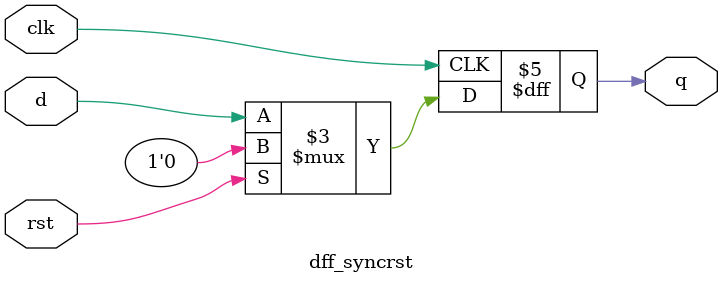
<source format=v>
`timescale 1ns / 1ps


module dff_syncrst(d,q,clk,rst);
input d,clk,rst;
output reg q;

always @(posedge clk)
 begin
  if(rst)
   q <= 1'b0;
  else 
   q <= d;
 end
  
endmodule

</source>
